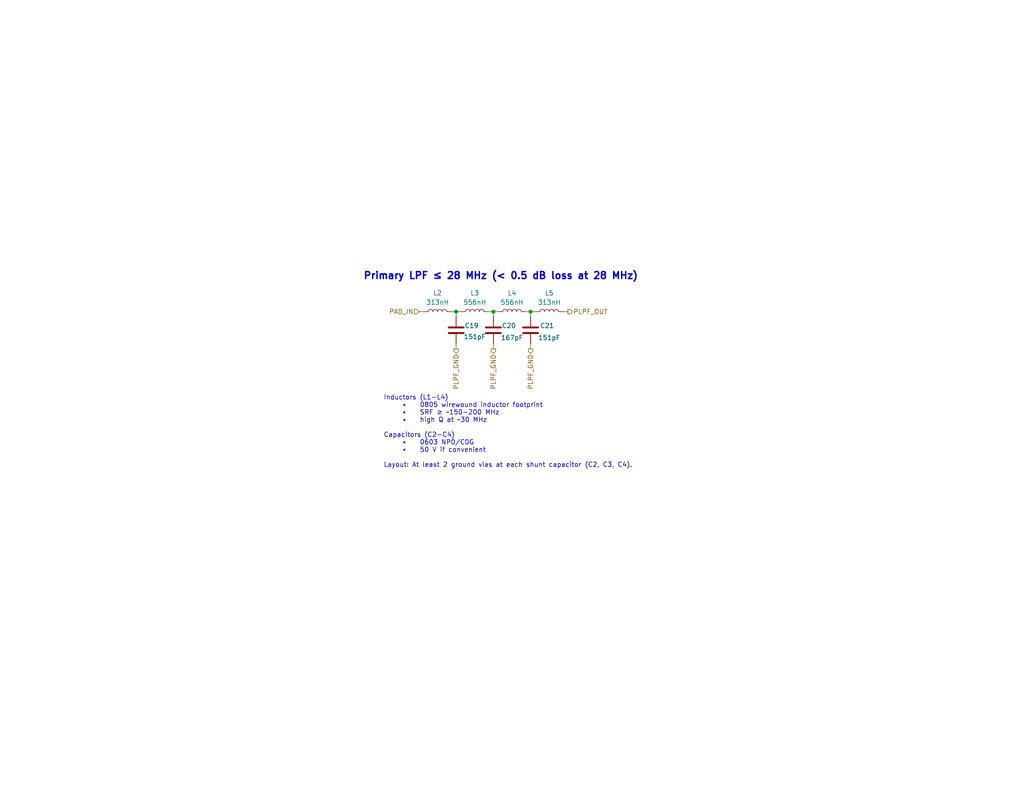
<source format=kicad_sch>
(kicad_sch (version 20250114) (generator "eeschema") (generator_version "9.0")
  (paper "A")
  (title_block (title "Primary LPF") (date "2026-02-04") (rev "0") (company "Lee C. Bussy [AA0NT]"))
  (lib_symbols
    (symbol "Device:C" (pin_numbers (hide yes)) (pin_names (offset 0.254))
      (property "Reference" "C" (at 0.635 2.54 0))
      (property "Value" "C" (at 0.635 -2.54 0))
      (symbol "C_0_1"
        (polyline (pts (xy -2.032 0.762) (xy 2.032 0.762)) (stroke (width 0.508)))
        (polyline (pts (xy -2.032 -0.762) (xy 2.032 -0.762)) (stroke (width 0.508)))
      )
      (symbol "C_1_1"
        (pin passive line (at 0 3.81 270) (length 2.794) (name "~") (number "1"))
        (pin passive line (at 0 -3.81 90) (length 2.794) (name "~") (number "2"))
      )
    )
    (symbol "Device:L" (pin_numbers (hide yes)) (pin_names (offset 1.016) (hide yes))
      (property "Reference" "L" (at -1.27 0 90))
      (property "Value" "L" (at 1.905 0 90))
      (symbol "L_0_1"
        (arc (start 0 2.54) (mid 0.6323 1.905) (end 0 1.27))
        (arc (start 0 1.27) (mid 0.6323 0.635) (end 0 0))
        (arc (start 0 0) (mid 0.6323 -0.635) (end 0 -1.27))
        (arc (start 0 -1.27) (mid 0.6323 -1.905) (end 0 -2.54))
      )
      (symbol "L_1_1"
        (pin passive line (at 0 3.81 270) (length 1.27) (name "1") (number "1"))
        (pin passive line (at 0 -3.81 90) (length 1.27) (name "2") (number "2"))
      )
    )
  )
  (text "Primary LPF ≤ 28 MHz (< 0.5 dB loss at 28 MHz)" (at 136.652 75.438 0) (effects (font (size 1.905 1.905) (thickness 0.381) (bold yes))))
  (text "Inductors (L1-L4)\n	•	0805 wirewound inductor footprint\n	•	SRF ≥ ~150-200 MHz\n	•	high Q at ~30 MHz\n\nCapacitors (C2-C4)\n	•	0603 NP0/C0G\n	•	50 V if convenient\n\nLayout: At least 2 ground vias at each shunt capacitor (C2, C3, C4)." (at 104.648 117.856 0) (effects (font (size 1.27 1.27) (thickness 0.1588)) (justify left)))
  (junction (at 144.78 85.09))
  (junction (at 134.62 85.09))
  (junction (at 124.46 85.09))
  (wire (pts (xy 144.78 93.98) (xy 144.78 95.25)))
  (wire (pts (xy 134.62 85.09) (xy 135.89 85.09)))
  (wire (pts (xy 124.46 85.09) (xy 125.73 85.09)))
  (wire (pts (xy 124.46 93.98) (xy 124.46 95.25)))
  (wire (pts (xy 134.62 86.36) (xy 134.62 85.09)))
  (wire (pts (xy 153.67 85.09) (xy 154.94 85.09)))
  (wire (pts (xy 144.78 85.09) (xy 146.05 85.09)))
  (wire (pts (xy 133.35 85.09) (xy 134.62 85.09)))
  (wire (pts (xy 123.19 85.09) (xy 124.46 85.09)))
  (wire (pts (xy 115.57 85.09) (xy 114.3 85.09)))
  (wire (pts (xy 124.46 86.36) (xy 124.46 85.09)))
  (wire (pts (xy 144.78 86.36) (xy 144.78 85.09)))
  (wire (pts (xy 143.51 85.09) (xy 144.78 85.09)))
  (wire (pts (xy 134.62 93.98) (xy 134.62 95.25)))
  (hierarchical_label "PLPF_OUT" (shape output) (at 154.94 85.09 0))
  (hierarchical_label "PLPF_GND" (shape output) (at 144.78 95.25 270))
  (hierarchical_label "PLPF_GND" (shape output) (at 124.46 95.25 270))
  (hierarchical_label "PAD_IN" (shape input) (at 114.3 85.09 180))
  (hierarchical_label "PLPF_GND" (shape output) (at 134.62 95.25 270))
  (symbol (lib_id "Device:L") (at 129.54 85.09 90) (unit 1)
    (property "Reference" "L3" (at 129.54 80.01 90))
    (property "Value" "556nH" (at 129.54 82.55 90))
    (property "Footprint" "Inductor_SMD:L_0805_2012Metric" (effects (hide yes)))
    (property "Description" "Inductor" (effects (hide yes)))
  )
  (symbol (lib_id "Device:L") (at 149.86 85.09 90) (unit 1)
    (property "Reference" "L5" (at 149.86 80.01 90))
    (property "Value" "313nH" (at 149.86 82.55 90))
    (property "Footprint" "Inductor_SMD:L_0805_2012Metric" (effects (hide yes)))
    (property "Description" "Inductor" (effects (hide yes)))
  )
  (symbol (lib_id "Device:C") (at 144.78 90.17 0) (unit 1)
    (property "Reference" "C21" (at 147.32 88.9 0) (effects (justify left)))
    (property "Value" "151pF" (at 146.812 92.202 0) (effects (justify left)))
    (property "Footprint" "Capacitor_SMD:C_0603_1608Metric" (effects (hide yes)))
    (property "Description" "Unpolarized capacitor" (effects (hide yes)))
  )
  (symbol (lib_id "Device:C") (at 124.46 90.17 0) (unit 1)
    (property "Reference" "C19" (at 126.746 88.9 0) (effects (justify left)))
    (property "Value" "151pF" (at 126.492 91.948 0) (effects (justify left)))
    (property "Footprint" "Capacitor_SMD:C_0603_1608Metric" (effects (hide yes)))
    (property "Description" "Unpolarized capacitor" (effects (hide yes)))
  )
  (symbol (lib_id "Device:L") (at 119.38 85.09 90) (unit 1)
    (property "Reference" "L2" (at 119.38 80.01 90))
    (property "Value" "313nH" (at 119.38 82.55 90))
    (property "Footprint" "Inductor_SMD:L_0805_2012Metric" (effects (hide yes)))
    (property "Description" "Inductor" (effects (hide yes)))
  )
  (symbol (lib_id "Device:L") (at 139.7 85.09 90) (unit 1)
    (property "Reference" "L4" (at 139.7 80.01 90))
    (property "Value" "556nH" (at 139.7 82.55 90))
    (property "Footprint" "Inductor_SMD:L_0805_2012Metric" (effects (hide yes)))
    (property "Description" "Inductor" (effects (hide yes)))
  )
  (symbol (lib_id "Device:C") (at 134.62 90.17 0) (unit 1)
    (property "Reference" "C20" (at 136.906 88.9 0) (effects (justify left)))
    (property "Value" "167pF" (at 136.652 92.202 0) (effects (justify left)))
    (property "Footprint" "Capacitor_SMD:C_0603_1608Metric" (effects (hide yes)))
    (property "Description" "Unpolarized capacitor" (effects (hide yes)))
  )
)
</source>
